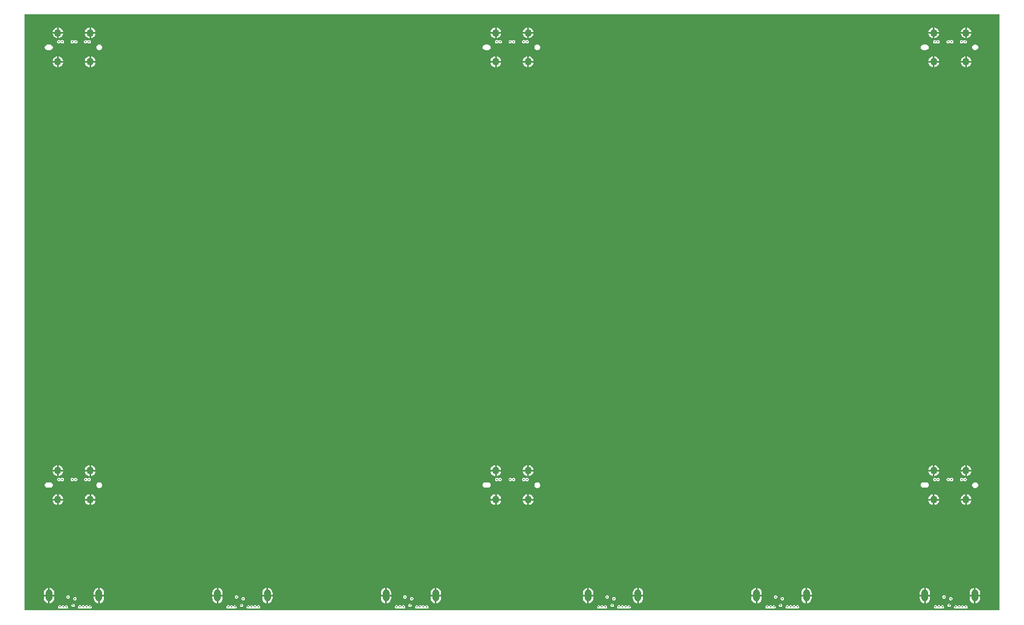
<source format=gbr>
%TF.GenerationSoftware,Altium Limited,Altium Designer,22.5.1 (42)*%
G04 Layer_Physical_Order=7*
G04 Layer_Color=26367*
%FSLAX26Y26*%
%MOIN*%
%TF.SameCoordinates,0DA79311-8CAD-460E-879A-7D23F4F2BAF0*%
%TF.FilePolarity,Positive*%
%TF.FileFunction,Copper,L7,Inr,Signal*%
%TF.Part,Single*%
G01*
G75*
%TA.AperFunction,ComponentPad*%
%ADD16C,0.043307*%
%ADD17O,0.039370X0.070866*%
%TA.AperFunction,ViaPad*%
%ADD18C,0.011811*%
G36*
X6982802Y3403049D02*
X1284939D01*
Y6884377D01*
X6982802D01*
Y3403049D01*
D02*
G37*
%LPC*%
G36*
X6792402Y6808989D02*
Y6782559D01*
X6818832D01*
X6816898Y6789777D01*
X6812731Y6796995D01*
X6806837Y6802888D01*
X6799619Y6807055D01*
X6792402Y6808989D01*
D02*
G37*
G36*
X6782402D02*
X6775184Y6807055D01*
X6767966Y6802888D01*
X6762073Y6796995D01*
X6757905Y6789777D01*
X6755971Y6782559D01*
X6782402D01*
Y6808989D01*
D02*
G37*
G36*
X6603425D02*
Y6782559D01*
X6629856D01*
X6627922Y6789777D01*
X6623754Y6796995D01*
X6617861Y6802888D01*
X6610643Y6807055D01*
X6603425Y6808989D01*
D02*
G37*
G36*
X6593425D02*
X6586207Y6807055D01*
X6578989Y6802888D01*
X6573096Y6796995D01*
X6568929Y6789777D01*
X6566995Y6782559D01*
X6593425D01*
Y6808989D01*
D02*
G37*
G36*
X4233346D02*
Y6782559D01*
X4259777D01*
X4257843Y6789777D01*
X4253676Y6796995D01*
X4247782Y6802888D01*
X4240564Y6807055D01*
X4233346Y6808989D01*
D02*
G37*
G36*
X4223346D02*
X4216129Y6807055D01*
X4208911Y6802888D01*
X4203017Y6796995D01*
X4198850Y6789777D01*
X4196916Y6782559D01*
X4223346D01*
Y6808989D01*
D02*
G37*
G36*
X4044370D02*
Y6782559D01*
X4070800D01*
X4068866Y6789777D01*
X4064699Y6796995D01*
X4058806Y6802888D01*
X4051588Y6807055D01*
X4044370Y6808989D01*
D02*
G37*
G36*
X4034370D02*
X4027152Y6807055D01*
X4019934Y6802888D01*
X4014041Y6796995D01*
X4009874Y6789777D01*
X4007940Y6782559D01*
X4034370D01*
Y6808989D01*
D02*
G37*
G36*
X1674291D02*
Y6782559D01*
X1700722D01*
X1698788Y6789777D01*
X1694620Y6796995D01*
X1688727Y6802888D01*
X1681509Y6807055D01*
X1674291Y6808989D01*
D02*
G37*
G36*
X1664291D02*
X1657073Y6807055D01*
X1649856Y6802888D01*
X1643962Y6796995D01*
X1639795Y6789777D01*
X1637861Y6782559D01*
X1664291D01*
Y6808989D01*
D02*
G37*
G36*
X1485315D02*
Y6782559D01*
X1511745D01*
X1509811Y6789777D01*
X1505644Y6796995D01*
X1499751Y6802888D01*
X1492533Y6807055D01*
X1485315Y6808989D01*
D02*
G37*
G36*
X1475315D02*
X1468097Y6807055D01*
X1460879Y6802888D01*
X1454986Y6796995D01*
X1450819Y6789777D01*
X1448884Y6782559D01*
X1475315D01*
Y6808989D01*
D02*
G37*
G36*
X6818832Y6772559D02*
X6792402D01*
Y6746129D01*
X6799619Y6748063D01*
X6806837Y6752230D01*
X6812731Y6758123D01*
X6816898Y6765341D01*
X6818832Y6772559D01*
D02*
G37*
G36*
X6782402D02*
X6755971D01*
X6757905Y6765341D01*
X6762073Y6758123D01*
X6767966Y6752230D01*
X6775184Y6748063D01*
X6782402Y6746129D01*
Y6772559D01*
D02*
G37*
G36*
X6629856D02*
X6603425D01*
Y6746129D01*
X6610643Y6748063D01*
X6617861Y6752230D01*
X6623754Y6758123D01*
X6627922Y6765341D01*
X6629856Y6772559D01*
D02*
G37*
G36*
X6593425D02*
X6566995D01*
X6568929Y6765341D01*
X6573096Y6758123D01*
X6578989Y6752230D01*
X6586207Y6748063D01*
X6593425Y6746129D01*
Y6772559D01*
D02*
G37*
G36*
X4259777D02*
X4233346D01*
Y6746129D01*
X4240564Y6748063D01*
X4247782Y6752230D01*
X4253676Y6758123D01*
X4257843Y6765341D01*
X4259777Y6772559D01*
D02*
G37*
G36*
X4223346D02*
X4196916D01*
X4198850Y6765341D01*
X4203017Y6758123D01*
X4208911Y6752230D01*
X4216129Y6748063D01*
X4223346Y6746129D01*
Y6772559D01*
D02*
G37*
G36*
X4070800D02*
X4044370D01*
Y6746129D01*
X4051588Y6748063D01*
X4058806Y6752230D01*
X4064699Y6758123D01*
X4068866Y6765341D01*
X4070800Y6772559D01*
D02*
G37*
G36*
X4034370D02*
X4007940D01*
X4009874Y6765341D01*
X4014041Y6758123D01*
X4019934Y6752230D01*
X4027152Y6748063D01*
X4034370Y6746129D01*
Y6772559D01*
D02*
G37*
G36*
X1700722D02*
X1674291D01*
Y6746129D01*
X1681509Y6748063D01*
X1688727Y6752230D01*
X1694620Y6758123D01*
X1698788Y6765341D01*
X1700722Y6772559D01*
D02*
G37*
G36*
X1664291D02*
X1637861D01*
X1639795Y6765341D01*
X1643962Y6758123D01*
X1649856Y6752230D01*
X1657073Y6748063D01*
X1664291Y6746129D01*
Y6772559D01*
D02*
G37*
G36*
X1511745D02*
X1485315D01*
Y6746129D01*
X1492533Y6748063D01*
X1499751Y6752230D01*
X1505644Y6758123D01*
X1509811Y6765341D01*
X1511745Y6772559D01*
D02*
G37*
G36*
X1475315D02*
X1448884D01*
X1450819Y6765341D01*
X1454986Y6758123D01*
X1460879Y6752230D01*
X1468097Y6748063D01*
X1475315Y6746129D01*
Y6772559D01*
D02*
G37*
G36*
X6783454Y6735433D02*
X6779538D01*
X6775921Y6733935D01*
X6774860Y6732873D01*
X6771654Y6731710D01*
X6768447Y6732873D01*
X6767386Y6733935D01*
X6763769Y6735433D01*
X6759853D01*
X6756236Y6733935D01*
X6753467Y6731166D01*
X6751968Y6727548D01*
Y6723633D01*
X6753467Y6720015D01*
X6756236Y6717247D01*
X6759853Y6715748D01*
X6763769D01*
X6767386Y6717247D01*
X6768447Y6718308D01*
X6771654Y6719471D01*
X6774860Y6718308D01*
X6775921Y6717247D01*
X6779538Y6715748D01*
X6783454D01*
X6787071Y6717247D01*
X6789840Y6720015D01*
X6791339Y6723633D01*
Y6727548D01*
X6789840Y6731166D01*
X6787071Y6733935D01*
X6783454Y6735433D01*
D02*
G37*
G36*
X6704714D02*
X6700798D01*
X6697181Y6733935D01*
X6696120Y6732873D01*
X6692913Y6731710D01*
X6689707Y6732873D01*
X6688646Y6733935D01*
X6685029Y6735433D01*
X6681113D01*
X6677496Y6733935D01*
X6674727Y6731166D01*
X6673228Y6727548D01*
Y6723633D01*
X6674727Y6720015D01*
X6677496Y6717247D01*
X6681113Y6715748D01*
X6685029D01*
X6688646Y6717247D01*
X6689707Y6718308D01*
X6692913Y6719471D01*
X6696120Y6718308D01*
X6697181Y6717247D01*
X6700798Y6715748D01*
X6704714D01*
X6708331Y6717247D01*
X6711100Y6720015D01*
X6712599Y6723633D01*
Y6727548D01*
X6711100Y6731166D01*
X6708331Y6733935D01*
X6704714Y6735433D01*
D02*
G37*
G36*
X6625974D02*
X6622058D01*
X6618440Y6733935D01*
X6617379Y6732873D01*
X6614173Y6731710D01*
X6610967Y6732873D01*
X6609906Y6733935D01*
X6606288Y6735433D01*
X6602373D01*
X6598755Y6733935D01*
X6595987Y6731166D01*
X6594488Y6727548D01*
Y6723633D01*
X6595987Y6720015D01*
X6598755Y6717247D01*
X6602373Y6715748D01*
X6606288D01*
X6609906Y6717247D01*
X6610967Y6718308D01*
X6614173Y6719471D01*
X6617379Y6718308D01*
X6618440Y6717247D01*
X6622058Y6715748D01*
X6625974D01*
X6629591Y6717247D01*
X6632360Y6720015D01*
X6633858Y6723633D01*
Y6727548D01*
X6632360Y6731166D01*
X6629591Y6733935D01*
X6625974Y6735433D01*
D02*
G37*
G36*
X4224399D02*
X4220483D01*
X4216866Y6733935D01*
X4215805Y6732873D01*
X4212598Y6731710D01*
X4209392Y6732873D01*
X4208331Y6733935D01*
X4204714Y6735433D01*
X4200798D01*
X4197181Y6733935D01*
X4194412Y6731166D01*
X4192913Y6727548D01*
Y6723633D01*
X4194412Y6720015D01*
X4197181Y6717247D01*
X4200798Y6715748D01*
X4204714D01*
X4208331Y6717247D01*
X4209392Y6718308D01*
X4212599Y6719471D01*
X4215805Y6718308D01*
X4216866Y6717247D01*
X4220483Y6715748D01*
X4224399D01*
X4228016Y6717247D01*
X4230785Y6720015D01*
X4232283Y6723633D01*
Y6727548D01*
X4230785Y6731166D01*
X4228016Y6733935D01*
X4224399Y6735433D01*
D02*
G37*
G36*
X4145659D02*
X4141743D01*
X4138126Y6733935D01*
X4137065Y6732873D01*
X4133858Y6731710D01*
X4130652Y6732873D01*
X4129591Y6733935D01*
X4125974Y6735433D01*
X4122058D01*
X4118440Y6733935D01*
X4115672Y6731166D01*
X4114173Y6727548D01*
Y6723633D01*
X4115672Y6720015D01*
X4118440Y6717247D01*
X4122058Y6715748D01*
X4125974D01*
X4129591Y6717247D01*
X4130652Y6718308D01*
X4133858Y6719471D01*
X4137065Y6718308D01*
X4138126Y6717247D01*
X4141743Y6715748D01*
X4145659D01*
X4149276Y6717247D01*
X4152045Y6720015D01*
X4153543Y6723633D01*
Y6727548D01*
X4152045Y6731166D01*
X4149276Y6733935D01*
X4145659Y6735433D01*
D02*
G37*
G36*
X4066919D02*
X4063003D01*
X4059385Y6733935D01*
X4058324Y6732873D01*
X4055118Y6731710D01*
X4051912Y6732873D01*
X4050851Y6733935D01*
X4047233Y6735433D01*
X4043318D01*
X4039700Y6733935D01*
X4036932Y6731166D01*
X4035433Y6727548D01*
Y6723633D01*
X4036932Y6720015D01*
X4039700Y6717247D01*
X4043318Y6715748D01*
X4047233D01*
X4050851Y6717247D01*
X4051912Y6718308D01*
X4055118Y6719471D01*
X4058324Y6718308D01*
X4059385Y6717247D01*
X4063003Y6715748D01*
X4066919D01*
X4070536Y6717247D01*
X4073305Y6720015D01*
X4074803Y6723633D01*
Y6727548D01*
X4073305Y6731166D01*
X4070536Y6733935D01*
X4066919Y6735433D01*
D02*
G37*
G36*
X1665344D02*
X1661428D01*
X1657811Y6733935D01*
X1656749Y6732873D01*
X1653543Y6731710D01*
X1650337Y6732873D01*
X1649276Y6733935D01*
X1645659Y6735433D01*
X1641743D01*
X1638125Y6733935D01*
X1635357Y6731166D01*
X1633858Y6727548D01*
Y6723633D01*
X1635357Y6720015D01*
X1638125Y6717247D01*
X1641743Y6715748D01*
X1645659D01*
X1649276Y6717247D01*
X1650337Y6718308D01*
X1653543Y6719471D01*
X1656749Y6718308D01*
X1657811Y6717247D01*
X1661428Y6715748D01*
X1665344D01*
X1668961Y6717247D01*
X1671730Y6720015D01*
X1673228Y6723633D01*
Y6727548D01*
X1671730Y6731166D01*
X1668961Y6733935D01*
X1665344Y6735433D01*
D02*
G37*
G36*
X1586603D02*
X1582688D01*
X1579070Y6733935D01*
X1578009Y6732873D01*
X1574803Y6731710D01*
X1571597Y6732873D01*
X1570536Y6733935D01*
X1566918Y6735433D01*
X1563003D01*
X1559385Y6733935D01*
X1556617Y6731166D01*
X1555118Y6727548D01*
Y6723633D01*
X1556617Y6720015D01*
X1559385Y6717247D01*
X1563003Y6715748D01*
X1566918D01*
X1570536Y6717247D01*
X1571597Y6718308D01*
X1574803Y6719471D01*
X1578009Y6718308D01*
X1579070Y6717247D01*
X1582688Y6715748D01*
X1586603D01*
X1590221Y6717247D01*
X1592990Y6720015D01*
X1594488Y6723633D01*
Y6727548D01*
X1592990Y6731166D01*
X1590221Y6733935D01*
X1586603Y6735433D01*
D02*
G37*
G36*
X1507863D02*
X1503948D01*
X1500330Y6733935D01*
X1499269Y6732873D01*
X1496063Y6731710D01*
X1492857Y6732873D01*
X1491796Y6733935D01*
X1488178Y6735433D01*
X1484263D01*
X1480645Y6733935D01*
X1477876Y6731166D01*
X1476378Y6727548D01*
Y6723633D01*
X1477876Y6720015D01*
X1480645Y6717247D01*
X1484263Y6715748D01*
X1488178D01*
X1491796Y6717247D01*
X1492857Y6718308D01*
X1496063Y6719471D01*
X1499269Y6718308D01*
X1500330Y6717247D01*
X1503948Y6715748D01*
X1507863D01*
X1511481Y6717247D01*
X1514249Y6720015D01*
X1515748Y6723633D01*
Y6727548D01*
X1514249Y6731166D01*
X1511481Y6733935D01*
X1507863Y6735433D01*
D02*
G37*
G36*
X6553543Y6708769D02*
X6537008D01*
X6530940Y6707562D01*
X6525796Y6704125D01*
X6522359Y6698981D01*
X6521152Y6692913D01*
X6522359Y6686846D01*
X6525796Y6681702D01*
X6530940Y6678265D01*
X6537008Y6677057D01*
X6553543D01*
X6559611Y6678265D01*
X6564755Y6681702D01*
X6568192Y6686846D01*
X6569399Y6692913D01*
X6568192Y6698981D01*
X6564755Y6704125D01*
X6559611Y6707562D01*
X6553543Y6708769D01*
D02*
G37*
G36*
X3994488D02*
X3977953D01*
X3971885Y6707562D01*
X3966741Y6704125D01*
X3963304Y6698981D01*
X3962097Y6692913D01*
X3963304Y6686846D01*
X3966741Y6681702D01*
X3971885Y6678265D01*
X3977953Y6677057D01*
X3994488D01*
X4000556Y6678265D01*
X4005700Y6681702D01*
X4009137Y6686846D01*
X4010344Y6692913D01*
X4009137Y6698981D01*
X4005700Y6704125D01*
X4000556Y6707562D01*
X3994488Y6708769D01*
D02*
G37*
G36*
X1435433D02*
X1418898D01*
X1412830Y6707562D01*
X1407686Y6704125D01*
X1404249Y6698981D01*
X1403042Y6692913D01*
X1404249Y6686846D01*
X1407686Y6681702D01*
X1412830Y6678265D01*
X1418898Y6677057D01*
X1435433D01*
X1441501Y6678265D01*
X1446645Y6681702D01*
X1450082Y6686846D01*
X1451289Y6692913D01*
X1450082Y6698981D01*
X1446645Y6704125D01*
X1441501Y6707562D01*
X1435433Y6708769D01*
D02*
G37*
G36*
X6843958Y6710039D02*
X6837145D01*
X6830850Y6707432D01*
X6826033Y6702614D01*
X6823425Y6696320D01*
Y6689507D01*
X6826033Y6683212D01*
X6830850Y6678395D01*
X6837145Y6675787D01*
X6843958D01*
X6850252Y6678395D01*
X6855070Y6683212D01*
X6857677Y6689507D01*
Y6696320D01*
X6855070Y6702614D01*
X6850252Y6707432D01*
X6843958Y6710039D01*
D02*
G37*
G36*
X4284903D02*
X4278090D01*
X4271795Y6707432D01*
X4266977Y6702614D01*
X4264370Y6696320D01*
Y6689507D01*
X4266977Y6683212D01*
X4271795Y6678395D01*
X4278090Y6675787D01*
X4284903D01*
X4291197Y6678395D01*
X4296015Y6683212D01*
X4298622Y6689507D01*
Y6696320D01*
X4296015Y6702614D01*
X4291197Y6707432D01*
X4284903Y6710039D01*
D02*
G37*
G36*
X1725848D02*
X1719034D01*
X1712740Y6707432D01*
X1707922Y6702614D01*
X1705315Y6696320D01*
Y6689507D01*
X1707922Y6683212D01*
X1712740Y6678395D01*
X1719034Y6675787D01*
X1725848D01*
X1732142Y6678395D01*
X1736960Y6683212D01*
X1739567Y6689507D01*
Y6696320D01*
X1736960Y6702614D01*
X1732142Y6707432D01*
X1725848Y6710039D01*
D02*
G37*
G36*
X6792402Y6639698D02*
Y6613268D01*
X6818832D01*
X6816898Y6620485D01*
X6812731Y6627703D01*
X6806837Y6633597D01*
X6799619Y6637764D01*
X6792402Y6639698D01*
D02*
G37*
G36*
X6782402D02*
X6775184Y6637764D01*
X6767966Y6633597D01*
X6762073Y6627703D01*
X6757905Y6620485D01*
X6755971Y6613268D01*
X6782402D01*
Y6639698D01*
D02*
G37*
G36*
X6603425D02*
Y6613268D01*
X6629856D01*
X6627922Y6620485D01*
X6623754Y6627703D01*
X6617861Y6633597D01*
X6610643Y6637764D01*
X6603425Y6639698D01*
D02*
G37*
G36*
X6593425D02*
X6586207Y6637764D01*
X6578989Y6633597D01*
X6573096Y6627703D01*
X6568929Y6620485D01*
X6566995Y6613268D01*
X6593425D01*
Y6639698D01*
D02*
G37*
G36*
X4233346D02*
Y6613268D01*
X4259777D01*
X4257843Y6620485D01*
X4253676Y6627703D01*
X4247782Y6633597D01*
X4240564Y6637764D01*
X4233346Y6639698D01*
D02*
G37*
G36*
X4223346D02*
X4216129Y6637764D01*
X4208911Y6633597D01*
X4203017Y6627703D01*
X4198850Y6620485D01*
X4196916Y6613268D01*
X4223346D01*
Y6639698D01*
D02*
G37*
G36*
X4044370D02*
Y6613268D01*
X4070800D01*
X4068866Y6620485D01*
X4064699Y6627703D01*
X4058806Y6633597D01*
X4051588Y6637764D01*
X4044370Y6639698D01*
D02*
G37*
G36*
X4034370D02*
X4027152Y6637764D01*
X4019934Y6633597D01*
X4014041Y6627703D01*
X4009874Y6620485D01*
X4007940Y6613268D01*
X4034370D01*
Y6639698D01*
D02*
G37*
G36*
X1674291D02*
Y6613268D01*
X1700722D01*
X1698788Y6620485D01*
X1694620Y6627703D01*
X1688727Y6633597D01*
X1681509Y6637764D01*
X1674291Y6639698D01*
D02*
G37*
G36*
X1664291D02*
X1657073Y6637764D01*
X1649856Y6633597D01*
X1643962Y6627703D01*
X1639795Y6620485D01*
X1637861Y6613268D01*
X1664291D01*
Y6639698D01*
D02*
G37*
G36*
X1485315D02*
Y6613268D01*
X1511745D01*
X1509811Y6620485D01*
X1505644Y6627703D01*
X1499751Y6633597D01*
X1492533Y6637764D01*
X1485315Y6639698D01*
D02*
G37*
G36*
X1475315D02*
X1468097Y6637764D01*
X1460879Y6633597D01*
X1454986Y6627703D01*
X1450819Y6620485D01*
X1448884Y6613268D01*
X1475315D01*
Y6639698D01*
D02*
G37*
G36*
X6818832Y6603268D02*
X6792402D01*
Y6576837D01*
X6799619Y6578771D01*
X6806837Y6582939D01*
X6812731Y6588832D01*
X6816898Y6596050D01*
X6818832Y6603268D01*
D02*
G37*
G36*
X6782402D02*
X6755971D01*
X6757905Y6596050D01*
X6762073Y6588832D01*
X6767966Y6582939D01*
X6775184Y6578771D01*
X6782402Y6576837D01*
Y6603268D01*
D02*
G37*
G36*
X6629856D02*
X6603425D01*
Y6576837D01*
X6610643Y6578771D01*
X6617861Y6582939D01*
X6623754Y6588832D01*
X6627922Y6596050D01*
X6629856Y6603268D01*
D02*
G37*
G36*
X6593425D02*
X6566995D01*
X6568929Y6596050D01*
X6573096Y6588832D01*
X6578989Y6582939D01*
X6586207Y6578771D01*
X6593425Y6576837D01*
Y6603268D01*
D02*
G37*
G36*
X4259777D02*
X4233346D01*
Y6576837D01*
X4240564Y6578771D01*
X4247782Y6582939D01*
X4253676Y6588832D01*
X4257843Y6596050D01*
X4259777Y6603268D01*
D02*
G37*
G36*
X4223346D02*
X4196916D01*
X4198850Y6596050D01*
X4203017Y6588832D01*
X4208911Y6582939D01*
X4216129Y6578771D01*
X4223346Y6576837D01*
Y6603268D01*
D02*
G37*
G36*
X4070800D02*
X4044370D01*
Y6576837D01*
X4051588Y6578771D01*
X4058806Y6582939D01*
X4064699Y6588832D01*
X4068866Y6596050D01*
X4070800Y6603268D01*
D02*
G37*
G36*
X4034370D02*
X4007940D01*
X4009874Y6596050D01*
X4014041Y6588832D01*
X4019934Y6582939D01*
X4027152Y6578771D01*
X4034370Y6576837D01*
Y6603268D01*
D02*
G37*
G36*
X1700722D02*
X1674291D01*
Y6576837D01*
X1681509Y6578771D01*
X1688727Y6582939D01*
X1694620Y6588832D01*
X1698788Y6596050D01*
X1700722Y6603268D01*
D02*
G37*
G36*
X1664291D02*
X1637861D01*
X1639795Y6596050D01*
X1643962Y6588832D01*
X1649856Y6582939D01*
X1657073Y6578771D01*
X1664291Y6576837D01*
Y6603268D01*
D02*
G37*
G36*
X1511745D02*
X1485315D01*
Y6576837D01*
X1492533Y6578771D01*
X1499751Y6582939D01*
X1505644Y6588832D01*
X1509811Y6596050D01*
X1511745Y6603268D01*
D02*
G37*
G36*
X1475315D02*
X1448884D01*
X1450819Y6596050D01*
X1454986Y6588832D01*
X1460879Y6582939D01*
X1468097Y6578771D01*
X1475315Y6576837D01*
Y6603268D01*
D02*
G37*
G36*
X6792402Y4249934D02*
Y4223504D01*
X6818832D01*
X6816898Y4230722D01*
X6812731Y4237940D01*
X6806837Y4243833D01*
X6799619Y4248000D01*
X6792402Y4249934D01*
D02*
G37*
G36*
X6782402D02*
X6775184Y4248000D01*
X6767966Y4243833D01*
X6762073Y4237940D01*
X6757905Y4230722D01*
X6755971Y4223504D01*
X6782402D01*
Y4249934D01*
D02*
G37*
G36*
X6603425D02*
Y4223504D01*
X6629856D01*
X6627922Y4230722D01*
X6623754Y4237940D01*
X6617861Y4243833D01*
X6610643Y4248000D01*
X6603425Y4249934D01*
D02*
G37*
G36*
X6593425D02*
X6586207Y4248000D01*
X6578989Y4243833D01*
X6573096Y4237940D01*
X6568929Y4230722D01*
X6566995Y4223504D01*
X6593425D01*
Y4249934D01*
D02*
G37*
G36*
X4233346D02*
Y4223504D01*
X4259777D01*
X4257843Y4230722D01*
X4253676Y4237940D01*
X4247782Y4243833D01*
X4240564Y4248000D01*
X4233346Y4249934D01*
D02*
G37*
G36*
X4223346D02*
X4216129Y4248000D01*
X4208911Y4243833D01*
X4203017Y4237940D01*
X4198850Y4230722D01*
X4196916Y4223504D01*
X4223346D01*
Y4249934D01*
D02*
G37*
G36*
X4044370D02*
Y4223504D01*
X4070800D01*
X4068866Y4230722D01*
X4064699Y4237940D01*
X4058806Y4243833D01*
X4051588Y4248000D01*
X4044370Y4249934D01*
D02*
G37*
G36*
X4034370D02*
X4027152Y4248000D01*
X4019934Y4243833D01*
X4014041Y4237940D01*
X4009874Y4230722D01*
X4007940Y4223504D01*
X4034370D01*
Y4249934D01*
D02*
G37*
G36*
X1674291D02*
Y4223504D01*
X1700722D01*
X1698788Y4230722D01*
X1694620Y4237940D01*
X1688727Y4243833D01*
X1681509Y4248000D01*
X1674291Y4249934D01*
D02*
G37*
G36*
X1664291D02*
X1657073Y4248000D01*
X1649856Y4243833D01*
X1643962Y4237940D01*
X1639795Y4230722D01*
X1637861Y4223504D01*
X1664291D01*
Y4249934D01*
D02*
G37*
G36*
X1485315D02*
Y4223504D01*
X1511745D01*
X1509811Y4230722D01*
X1505644Y4237940D01*
X1499751Y4243833D01*
X1492533Y4248000D01*
X1485315Y4249934D01*
D02*
G37*
G36*
X1475315D02*
X1468097Y4248000D01*
X1460879Y4243833D01*
X1454986Y4237940D01*
X1450819Y4230722D01*
X1448884Y4223504D01*
X1475315D01*
Y4249934D01*
D02*
G37*
G36*
X6818832Y4213504D02*
X6792402D01*
Y4187074D01*
X6799619Y4189008D01*
X6806837Y4193175D01*
X6812731Y4199068D01*
X6816898Y4206286D01*
X6818832Y4213504D01*
D02*
G37*
G36*
X6782402D02*
X6755971D01*
X6757905Y4206286D01*
X6762073Y4199068D01*
X6767966Y4193175D01*
X6775184Y4189008D01*
X6782402Y4187074D01*
Y4213504D01*
D02*
G37*
G36*
X6629856D02*
X6603425D01*
Y4187074D01*
X6610643Y4189008D01*
X6617861Y4193175D01*
X6623754Y4199068D01*
X6627922Y4206286D01*
X6629856Y4213504D01*
D02*
G37*
G36*
X6593425D02*
X6566995D01*
X6568929Y4206286D01*
X6573096Y4199068D01*
X6578989Y4193175D01*
X6586207Y4189008D01*
X6593425Y4187074D01*
Y4213504D01*
D02*
G37*
G36*
X4259777D02*
X4233346D01*
Y4187074D01*
X4240564Y4189008D01*
X4247782Y4193175D01*
X4253676Y4199068D01*
X4257843Y4206286D01*
X4259777Y4213504D01*
D02*
G37*
G36*
X4223346D02*
X4196916D01*
X4198850Y4206286D01*
X4203017Y4199068D01*
X4208911Y4193175D01*
X4216129Y4189008D01*
X4223346Y4187074D01*
Y4213504D01*
D02*
G37*
G36*
X4070800D02*
X4044370D01*
Y4187074D01*
X4051588Y4189008D01*
X4058806Y4193175D01*
X4064699Y4199068D01*
X4068866Y4206286D01*
X4070800Y4213504D01*
D02*
G37*
G36*
X4034370D02*
X4007940D01*
X4009874Y4206286D01*
X4014041Y4199068D01*
X4019934Y4193175D01*
X4027152Y4189008D01*
X4034370Y4187074D01*
Y4213504D01*
D02*
G37*
G36*
X1700722D02*
X1674291D01*
Y4187074D01*
X1681509Y4189008D01*
X1688727Y4193175D01*
X1694620Y4199068D01*
X1698788Y4206286D01*
X1700722Y4213504D01*
D02*
G37*
G36*
X1664291D02*
X1637861D01*
X1639795Y4206286D01*
X1643962Y4199068D01*
X1649856Y4193175D01*
X1657073Y4189008D01*
X1664291Y4187074D01*
Y4213504D01*
D02*
G37*
G36*
X1511745D02*
X1485315D01*
Y4187074D01*
X1492533Y4189008D01*
X1499751Y4193175D01*
X1505644Y4199068D01*
X1509811Y4206286D01*
X1511745Y4213504D01*
D02*
G37*
G36*
X1475315D02*
X1448884D01*
X1450819Y4206286D01*
X1454986Y4199068D01*
X1460879Y4193175D01*
X1468097Y4189008D01*
X1475315Y4187074D01*
Y4213504D01*
D02*
G37*
G36*
X6783454Y4176378D02*
X6779538D01*
X6775921Y4174880D01*
X6774860Y4173818D01*
X6771654Y4172655D01*
X6768447Y4173818D01*
X6767386Y4174880D01*
X6763769Y4176378D01*
X6759853D01*
X6756236Y4174880D01*
X6753467Y4172111D01*
X6751968Y4168493D01*
Y4164578D01*
X6753467Y4160960D01*
X6756236Y4158191D01*
X6759853Y4156693D01*
X6763769D01*
X6767386Y4158191D01*
X6768447Y4159253D01*
X6771654Y4160416D01*
X6774860Y4159253D01*
X6775921Y4158191D01*
X6779538Y4156693D01*
X6783454D01*
X6787071Y4158191D01*
X6789840Y4160960D01*
X6791339Y4164578D01*
Y4168493D01*
X6789840Y4172111D01*
X6787071Y4174880D01*
X6783454Y4176378D01*
D02*
G37*
G36*
X6704714D02*
X6700798D01*
X6697181Y4174880D01*
X6696120Y4173818D01*
X6692913Y4172655D01*
X6689707Y4173818D01*
X6688646Y4174880D01*
X6685029Y4176378D01*
X6681113D01*
X6677496Y4174880D01*
X6674727Y4172111D01*
X6673228Y4168493D01*
Y4164578D01*
X6674727Y4160960D01*
X6677496Y4158191D01*
X6681113Y4156693D01*
X6685029D01*
X6688646Y4158191D01*
X6689707Y4159253D01*
X6692913Y4160416D01*
X6696120Y4159253D01*
X6697181Y4158191D01*
X6700798Y4156693D01*
X6704714D01*
X6708331Y4158191D01*
X6711100Y4160960D01*
X6712599Y4164578D01*
Y4168493D01*
X6711100Y4172111D01*
X6708331Y4174880D01*
X6704714Y4176378D01*
D02*
G37*
G36*
X6625974D02*
X6622058D01*
X6618440Y4174880D01*
X6617379Y4173818D01*
X6614173Y4172655D01*
X6610967Y4173818D01*
X6609906Y4174880D01*
X6606288Y4176378D01*
X6602373D01*
X6598755Y4174880D01*
X6595987Y4172111D01*
X6594488Y4168493D01*
Y4164578D01*
X6595987Y4160960D01*
X6598755Y4158191D01*
X6602373Y4156693D01*
X6606288D01*
X6609906Y4158191D01*
X6610967Y4159253D01*
X6614173Y4160416D01*
X6617379Y4159253D01*
X6618440Y4158191D01*
X6622058Y4156693D01*
X6625974D01*
X6629591Y4158191D01*
X6632360Y4160960D01*
X6633858Y4164578D01*
Y4168493D01*
X6632360Y4172111D01*
X6629591Y4174880D01*
X6625974Y4176378D01*
D02*
G37*
G36*
X4224399D02*
X4220483D01*
X4216866Y4174880D01*
X4215805Y4173818D01*
X4212598Y4172655D01*
X4209392Y4173818D01*
X4208331Y4174880D01*
X4204714Y4176378D01*
X4200798D01*
X4197181Y4174880D01*
X4194412Y4172111D01*
X4192913Y4168493D01*
Y4164578D01*
X4194412Y4160960D01*
X4197181Y4158191D01*
X4200798Y4156693D01*
X4204714D01*
X4208331Y4158191D01*
X4209392Y4159253D01*
X4212599Y4160416D01*
X4215805Y4159253D01*
X4216866Y4158191D01*
X4220483Y4156693D01*
X4224399D01*
X4228016Y4158191D01*
X4230785Y4160960D01*
X4232283Y4164578D01*
Y4168493D01*
X4230785Y4172111D01*
X4228016Y4174880D01*
X4224399Y4176378D01*
D02*
G37*
G36*
X4145659D02*
X4141743D01*
X4138126Y4174880D01*
X4137065Y4173818D01*
X4133858Y4172655D01*
X4130652Y4173818D01*
X4129591Y4174880D01*
X4125974Y4176378D01*
X4122058D01*
X4118440Y4174880D01*
X4115672Y4172111D01*
X4114173Y4168493D01*
Y4164578D01*
X4115672Y4160960D01*
X4118440Y4158191D01*
X4122058Y4156693D01*
X4125974D01*
X4129591Y4158191D01*
X4130652Y4159253D01*
X4133858Y4160416D01*
X4137065Y4159253D01*
X4138126Y4158191D01*
X4141743Y4156693D01*
X4145659D01*
X4149276Y4158191D01*
X4152045Y4160960D01*
X4153543Y4164578D01*
Y4168493D01*
X4152045Y4172111D01*
X4149276Y4174880D01*
X4145659Y4176378D01*
D02*
G37*
G36*
X4066919D02*
X4063003D01*
X4059385Y4174880D01*
X4058324Y4173818D01*
X4055118Y4172655D01*
X4051912Y4173818D01*
X4050851Y4174880D01*
X4047233Y4176378D01*
X4043318D01*
X4039700Y4174880D01*
X4036932Y4172111D01*
X4035433Y4168493D01*
Y4164578D01*
X4036932Y4160960D01*
X4039700Y4158191D01*
X4043318Y4156693D01*
X4047233D01*
X4050851Y4158191D01*
X4051912Y4159253D01*
X4055118Y4160416D01*
X4058324Y4159253D01*
X4059385Y4158191D01*
X4063003Y4156693D01*
X4066919D01*
X4070536Y4158191D01*
X4073305Y4160960D01*
X4074803Y4164578D01*
Y4168493D01*
X4073305Y4172111D01*
X4070536Y4174880D01*
X4066919Y4176378D01*
D02*
G37*
G36*
X1665344D02*
X1661428D01*
X1657811Y4174880D01*
X1656749Y4173818D01*
X1653543Y4172655D01*
X1650337Y4173818D01*
X1649276Y4174880D01*
X1645659Y4176378D01*
X1641743D01*
X1638125Y4174880D01*
X1635357Y4172111D01*
X1633858Y4168493D01*
Y4164578D01*
X1635357Y4160960D01*
X1638125Y4158191D01*
X1641743Y4156693D01*
X1645659D01*
X1649276Y4158191D01*
X1650337Y4159253D01*
X1653543Y4160416D01*
X1656749Y4159253D01*
X1657811Y4158191D01*
X1661428Y4156693D01*
X1665344D01*
X1668961Y4158191D01*
X1671730Y4160960D01*
X1673228Y4164578D01*
Y4168493D01*
X1671730Y4172111D01*
X1668961Y4174880D01*
X1665344Y4176378D01*
D02*
G37*
G36*
X1586603D02*
X1582688D01*
X1579070Y4174880D01*
X1578009Y4173818D01*
X1574803Y4172655D01*
X1571597Y4173818D01*
X1570536Y4174880D01*
X1566918Y4176378D01*
X1563003D01*
X1559385Y4174880D01*
X1556617Y4172111D01*
X1555118Y4168493D01*
Y4164578D01*
X1556617Y4160960D01*
X1559385Y4158191D01*
X1563003Y4156693D01*
X1566918D01*
X1570536Y4158191D01*
X1571597Y4159253D01*
X1574803Y4160416D01*
X1578009Y4159253D01*
X1579070Y4158191D01*
X1582688Y4156693D01*
X1586603D01*
X1590221Y4158191D01*
X1592990Y4160960D01*
X1594488Y4164578D01*
Y4168493D01*
X1592990Y4172111D01*
X1590221Y4174880D01*
X1586603Y4176378D01*
D02*
G37*
G36*
X1507863D02*
X1503948D01*
X1500330Y4174880D01*
X1499269Y4173818D01*
X1496063Y4172655D01*
X1492857Y4173818D01*
X1491796Y4174880D01*
X1488178Y4176378D01*
X1484263D01*
X1480645Y4174880D01*
X1477876Y4172111D01*
X1476378Y4168493D01*
Y4164578D01*
X1477876Y4160960D01*
X1480645Y4158191D01*
X1484263Y4156693D01*
X1488178D01*
X1491796Y4158191D01*
X1492857Y4159253D01*
X1496063Y4160416D01*
X1499269Y4159253D01*
X1500330Y4158191D01*
X1503948Y4156693D01*
X1507863D01*
X1511481Y4158191D01*
X1514249Y4160960D01*
X1515748Y4164578D01*
Y4168493D01*
X1514249Y4172111D01*
X1511481Y4174880D01*
X1507863Y4176378D01*
D02*
G37*
G36*
X6553543Y4149714D02*
X6537008D01*
X6530940Y4148507D01*
X6525796Y4145070D01*
X6522359Y4139926D01*
X6521152Y4133858D01*
X6522359Y4127791D01*
X6525796Y4122646D01*
X6530940Y4119209D01*
X6537008Y4118002D01*
X6553543D01*
X6559611Y4119209D01*
X6564755Y4122646D01*
X6568192Y4127791D01*
X6569399Y4133858D01*
X6568192Y4139926D01*
X6564755Y4145070D01*
X6559611Y4148507D01*
X6553543Y4149714D01*
D02*
G37*
G36*
X3994488D02*
X3977953D01*
X3971885Y4148507D01*
X3966741Y4145070D01*
X3963304Y4139926D01*
X3962097Y4133858D01*
X3963304Y4127791D01*
X3966741Y4122646D01*
X3971885Y4119209D01*
X3977953Y4118002D01*
X3994488D01*
X4000556Y4119209D01*
X4005700Y4122646D01*
X4009137Y4127791D01*
X4010344Y4133858D01*
X4009137Y4139926D01*
X4005700Y4145070D01*
X4000556Y4148507D01*
X3994488Y4149714D01*
D02*
G37*
G36*
X1435433D02*
X1418898D01*
X1412830Y4148507D01*
X1407686Y4145070D01*
X1404249Y4139926D01*
X1403042Y4133858D01*
X1404249Y4127791D01*
X1407686Y4122646D01*
X1412830Y4119209D01*
X1418898Y4118002D01*
X1435433D01*
X1441501Y4119209D01*
X1446645Y4122646D01*
X1450082Y4127791D01*
X1451289Y4133858D01*
X1450082Y4139926D01*
X1446645Y4145070D01*
X1441501Y4148507D01*
X1435433Y4149714D01*
D02*
G37*
G36*
X6843958Y4150984D02*
X6837145D01*
X6830850Y4148377D01*
X6826033Y4143559D01*
X6823425Y4137265D01*
Y4130452D01*
X6826033Y4124157D01*
X6830850Y4119340D01*
X6837145Y4116732D01*
X6843958D01*
X6850252Y4119340D01*
X6855070Y4124157D01*
X6857677Y4130452D01*
Y4137265D01*
X6855070Y4143559D01*
X6850252Y4148377D01*
X6843958Y4150984D01*
D02*
G37*
G36*
X4284903D02*
X4278090D01*
X4271795Y4148377D01*
X4266977Y4143559D01*
X4264370Y4137265D01*
Y4130452D01*
X4266977Y4124157D01*
X4271795Y4119340D01*
X4278090Y4116732D01*
X4284903D01*
X4291197Y4119340D01*
X4296015Y4124157D01*
X4298622Y4130452D01*
Y4137265D01*
X4296015Y4143559D01*
X4291197Y4148377D01*
X4284903Y4150984D01*
D02*
G37*
G36*
X1725848D02*
X1719034D01*
X1712740Y4148377D01*
X1707922Y4143559D01*
X1705315Y4137265D01*
Y4130452D01*
X1707922Y4124157D01*
X1712740Y4119340D01*
X1719034Y4116732D01*
X1725848D01*
X1732142Y4119340D01*
X1736960Y4124157D01*
X1739567Y4130452D01*
Y4137265D01*
X1736960Y4143559D01*
X1732142Y4148377D01*
X1725848Y4150984D01*
D02*
G37*
G36*
X6792402Y4080643D02*
Y4054213D01*
X6818832D01*
X6816898Y4061430D01*
X6812731Y4068648D01*
X6806837Y4074542D01*
X6799619Y4078709D01*
X6792402Y4080643D01*
D02*
G37*
G36*
X6782402D02*
X6775184Y4078709D01*
X6767966Y4074542D01*
X6762073Y4068648D01*
X6757905Y4061430D01*
X6755971Y4054213D01*
X6782402D01*
Y4080643D01*
D02*
G37*
G36*
X6603425D02*
Y4054213D01*
X6629856D01*
X6627922Y4061430D01*
X6623754Y4068648D01*
X6617861Y4074542D01*
X6610643Y4078709D01*
X6603425Y4080643D01*
D02*
G37*
G36*
X6593425D02*
X6586207Y4078709D01*
X6578989Y4074542D01*
X6573096Y4068648D01*
X6568929Y4061430D01*
X6566995Y4054213D01*
X6593425D01*
Y4080643D01*
D02*
G37*
G36*
X4233346D02*
Y4054213D01*
X4259777D01*
X4257843Y4061430D01*
X4253676Y4068648D01*
X4247782Y4074542D01*
X4240564Y4078709D01*
X4233346Y4080643D01*
D02*
G37*
G36*
X4223346D02*
X4216129Y4078709D01*
X4208911Y4074542D01*
X4203017Y4068648D01*
X4198850Y4061430D01*
X4196916Y4054213D01*
X4223346D01*
Y4080643D01*
D02*
G37*
G36*
X4044370D02*
Y4054213D01*
X4070800D01*
X4068866Y4061430D01*
X4064699Y4068648D01*
X4058806Y4074542D01*
X4051588Y4078709D01*
X4044370Y4080643D01*
D02*
G37*
G36*
X4034370D02*
X4027152Y4078709D01*
X4019934Y4074542D01*
X4014041Y4068648D01*
X4009874Y4061430D01*
X4007940Y4054213D01*
X4034370D01*
Y4080643D01*
D02*
G37*
G36*
X1674291D02*
Y4054213D01*
X1700722D01*
X1698788Y4061430D01*
X1694620Y4068648D01*
X1688727Y4074542D01*
X1681509Y4078709D01*
X1674291Y4080643D01*
D02*
G37*
G36*
X1664291D02*
X1657073Y4078709D01*
X1649856Y4074542D01*
X1643962Y4068648D01*
X1639795Y4061430D01*
X1637861Y4054213D01*
X1664291D01*
Y4080643D01*
D02*
G37*
G36*
X1485315D02*
Y4054213D01*
X1511745D01*
X1509811Y4061430D01*
X1505644Y4068648D01*
X1499751Y4074542D01*
X1492533Y4078709D01*
X1485315Y4080643D01*
D02*
G37*
G36*
X1475315D02*
X1468097Y4078709D01*
X1460879Y4074542D01*
X1454986Y4068648D01*
X1450819Y4061430D01*
X1448884Y4054213D01*
X1475315D01*
Y4080643D01*
D02*
G37*
G36*
X6818832Y4044213D02*
X6792402D01*
Y4017782D01*
X6799619Y4019716D01*
X6806837Y4023883D01*
X6812731Y4029777D01*
X6816898Y4036995D01*
X6818832Y4044213D01*
D02*
G37*
G36*
X6782402D02*
X6755971D01*
X6757905Y4036995D01*
X6762073Y4029777D01*
X6767966Y4023883D01*
X6775184Y4019716D01*
X6782402Y4017782D01*
Y4044213D01*
D02*
G37*
G36*
X6629856D02*
X6603425D01*
Y4017782D01*
X6610643Y4019716D01*
X6617861Y4023883D01*
X6623754Y4029777D01*
X6627922Y4036995D01*
X6629856Y4044213D01*
D02*
G37*
G36*
X6593425D02*
X6566995D01*
X6568929Y4036995D01*
X6573096Y4029777D01*
X6578989Y4023883D01*
X6586207Y4019716D01*
X6593425Y4017782D01*
Y4044213D01*
D02*
G37*
G36*
X4259777D02*
X4233346D01*
Y4017782D01*
X4240564Y4019716D01*
X4247782Y4023883D01*
X4253676Y4029777D01*
X4257843Y4036995D01*
X4259777Y4044213D01*
D02*
G37*
G36*
X4223346D02*
X4196916D01*
X4198850Y4036995D01*
X4203017Y4029777D01*
X4208911Y4023883D01*
X4216129Y4019716D01*
X4223346Y4017782D01*
Y4044213D01*
D02*
G37*
G36*
X4070800D02*
X4044370D01*
Y4017782D01*
X4051588Y4019716D01*
X4058806Y4023883D01*
X4064699Y4029777D01*
X4068866Y4036995D01*
X4070800Y4044213D01*
D02*
G37*
G36*
X4034370D02*
X4007940D01*
X4009874Y4036995D01*
X4014041Y4029777D01*
X4019934Y4023883D01*
X4027152Y4019716D01*
X4034370Y4017782D01*
Y4044213D01*
D02*
G37*
G36*
X1700722D02*
X1674291D01*
Y4017782D01*
X1681509Y4019716D01*
X1688727Y4023883D01*
X1694620Y4029777D01*
X1698788Y4036995D01*
X1700722Y4044213D01*
D02*
G37*
G36*
X1664291D02*
X1637861D01*
X1639795Y4036995D01*
X1643962Y4029777D01*
X1649856Y4023883D01*
X1657073Y4019716D01*
X1664291Y4017782D01*
Y4044213D01*
D02*
G37*
G36*
X1511745D02*
X1485315D01*
Y4017782D01*
X1492533Y4019716D01*
X1499751Y4023883D01*
X1505644Y4029777D01*
X1509811Y4036995D01*
X1511745Y4044213D01*
D02*
G37*
G36*
X1475315D02*
X1448884D01*
X1450819Y4036995D01*
X1454986Y4029777D01*
X1460879Y4023883D01*
X1468097Y4019716D01*
X1475315Y4017782D01*
Y4044213D01*
D02*
G37*
G36*
X6843582Y3533220D02*
Y3493189D01*
X6868524D01*
Y3503937D01*
X6867504Y3511686D01*
X6864512Y3518908D01*
X6859754Y3525109D01*
X6853553Y3529867D01*
X6846332Y3532858D01*
X6843582Y3533220D01*
D02*
G37*
G36*
X6833582Y3533220D02*
X6830833Y3532858D01*
X6823612Y3529867D01*
X6817411Y3525109D01*
X6812653Y3518908D01*
X6809662Y3511686D01*
X6808641Y3503937D01*
Y3493189D01*
X6833582D01*
Y3533220D01*
D02*
G37*
G36*
X3402637Y3533220D02*
Y3493189D01*
X3427579D01*
Y3503937D01*
X3426559Y3511686D01*
X3423568Y3518908D01*
X3418809Y3525109D01*
X3412608Y3529867D01*
X3405387Y3532858D01*
X3402637Y3533220D01*
D02*
G37*
G36*
X3392637Y3533220D02*
X3389888Y3532858D01*
X3382667Y3529867D01*
X3376466Y3525109D01*
X3371708Y3518908D01*
X3368717Y3511686D01*
X3367697Y3503937D01*
Y3493189D01*
X3392637D01*
Y3533220D01*
D02*
G37*
G36*
X6552244Y3533220D02*
Y3493189D01*
X6577185D01*
Y3503937D01*
X6576165Y3511686D01*
X6573174Y3518908D01*
X6568416Y3525109D01*
X6562215Y3529867D01*
X6554993Y3532858D01*
X6552244Y3533220D01*
D02*
G37*
G36*
X5567992D02*
Y3493189D01*
X5592933D01*
Y3503937D01*
X5591913Y3511686D01*
X5588922Y3518908D01*
X5584164Y3525109D01*
X5577963Y3529867D01*
X5570742Y3532858D01*
X5567992Y3533220D01*
D02*
G37*
G36*
X4583740D02*
Y3493189D01*
X4608681D01*
Y3503937D01*
X4607661Y3511686D01*
X4604670Y3518908D01*
X4599912Y3525109D01*
X4593711Y3529867D01*
X4586489Y3532858D01*
X4583740Y3533220D01*
D02*
G37*
G36*
X6542244Y3533220D02*
X6539495Y3532858D01*
X6532274Y3529867D01*
X6526073Y3525109D01*
X6521314Y3518908D01*
X6518323Y3511686D01*
X6517303Y3503937D01*
Y3493189D01*
X6542244D01*
Y3533220D01*
D02*
G37*
G36*
X4573740D02*
X4570991Y3532858D01*
X4563770Y3529867D01*
X4557569Y3525109D01*
X4552810Y3518908D01*
X4549819Y3511686D01*
X4548799Y3503937D01*
Y3493189D01*
X4573740D01*
Y3533220D01*
D02*
G37*
G36*
X5557992D02*
X5555243Y3532858D01*
X5548021Y3529867D01*
X5541820Y3525109D01*
X5537062Y3518908D01*
X5534071Y3511686D01*
X5533051Y3503937D01*
Y3493189D01*
X5557992D01*
Y3533220D01*
D02*
G37*
G36*
X3693976Y3533220D02*
Y3493189D01*
X3718918D01*
Y3503937D01*
X3717897Y3511686D01*
X3714906Y3518908D01*
X3710148Y3525109D01*
X3703947Y3529867D01*
X3696726Y3532858D01*
X3693976Y3533220D01*
D02*
G37*
G36*
X2709724D02*
Y3493189D01*
X2734666D01*
Y3503937D01*
X2733645Y3511686D01*
X2730654Y3518908D01*
X2725896Y3525109D01*
X2719695Y3529867D01*
X2712474Y3532858D01*
X2709724Y3533220D01*
D02*
G37*
G36*
X2418386D02*
Y3493189D01*
X2443327D01*
Y3503937D01*
X2442307Y3511686D01*
X2439316Y3518908D01*
X2434557Y3525109D01*
X2428356Y3529867D01*
X2421135Y3532858D01*
X2418386Y3533220D01*
D02*
G37*
G36*
X1725472D02*
Y3493189D01*
X1750414D01*
Y3503937D01*
X1749393Y3511686D01*
X1746402Y3518908D01*
X1741644Y3525109D01*
X1735443Y3529867D01*
X1728222Y3532858D01*
X1725472Y3533220D01*
D02*
G37*
G36*
X1434134D02*
Y3493189D01*
X1459075D01*
Y3503937D01*
X1458055Y3511686D01*
X1455064Y3518908D01*
X1450305Y3525109D01*
X1444104Y3529867D01*
X1436883Y3532858D01*
X1434134Y3533220D01*
D02*
G37*
G36*
X1715472Y3533220D02*
X1712723Y3532858D01*
X1705502Y3529867D01*
X1699301Y3525109D01*
X1694543Y3518908D01*
X1691551Y3511686D01*
X1690531Y3503937D01*
Y3493189D01*
X1715472D01*
Y3533220D01*
D02*
G37*
G36*
X2699724D02*
X2696975Y3532858D01*
X2689754Y3529867D01*
X2683553Y3525109D01*
X2678795Y3518908D01*
X2675803Y3511686D01*
X2674783Y3503937D01*
Y3493189D01*
X2699724D01*
Y3533220D01*
D02*
G37*
G36*
X2408386D02*
X2405636Y3532858D01*
X2398415Y3529867D01*
X2392214Y3525109D01*
X2387456Y3518908D01*
X2384465Y3511686D01*
X2383445Y3503937D01*
Y3493189D01*
X2408386D01*
Y3533220D01*
D02*
G37*
G36*
X3683976D02*
X3681227Y3532858D01*
X3674006Y3529867D01*
X3667805Y3525109D01*
X3663047Y3518908D01*
X3660055Y3511686D01*
X3659035Y3503937D01*
Y3493189D01*
X3683976D01*
Y3533220D01*
D02*
G37*
G36*
X1424134D02*
X1421384Y3532858D01*
X1414163Y3529867D01*
X1407962Y3525109D01*
X1403204Y3518908D01*
X1400213Y3511686D01*
X1399193Y3503937D01*
Y3493189D01*
X1424134D01*
Y3533220D01*
D02*
G37*
G36*
X5859331Y3533220D02*
Y3493189D01*
X5884272D01*
Y3503937D01*
X5883252Y3511686D01*
X5880261Y3518908D01*
X5875502Y3525109D01*
X5869301Y3529867D01*
X5862080Y3532858D01*
X5859331Y3533220D01*
D02*
G37*
G36*
X4875079D02*
Y3493189D01*
X4900020D01*
Y3503937D01*
X4899000Y3511686D01*
X4896008Y3518908D01*
X4891250Y3525109D01*
X4885049Y3529867D01*
X4877828Y3532858D01*
X4875079Y3533220D01*
D02*
G37*
G36*
X5849331Y3533220D02*
X5846581Y3532858D01*
X5839360Y3529867D01*
X5833159Y3525109D01*
X5828401Y3518908D01*
X5825410Y3511686D01*
X5824390Y3503937D01*
Y3493189D01*
X5849331D01*
Y3533220D01*
D02*
G37*
G36*
X4865079D02*
X4862329Y3532858D01*
X4855108Y3529867D01*
X4848907Y3525109D01*
X4844149Y3518908D01*
X4841158Y3511686D01*
X4840137Y3503937D01*
Y3493189D01*
X4865079D01*
Y3533220D01*
D02*
G37*
G36*
X6660908Y3490578D02*
X6656914D01*
X6653224Y3489049D01*
X6650400Y3486225D01*
X6648871Y3482535D01*
Y3478541D01*
X6650400Y3474852D01*
X6653224Y3472027D01*
X6656914Y3470499D01*
X6660908D01*
X6664598Y3472027D01*
X6667422Y3474852D01*
X6668950Y3478541D01*
Y3482535D01*
X6667422Y3486225D01*
X6664598Y3489049D01*
X6660908Y3490578D01*
D02*
G37*
G36*
X5676210Y3490354D02*
X5672216D01*
X5668526Y3488826D01*
X5665702Y3486002D01*
X5664173Y3482312D01*
Y3478318D01*
X5665702Y3474628D01*
X5668526Y3471804D01*
X5672216Y3470276D01*
X5676210D01*
X5679900Y3471804D01*
X5682724Y3474628D01*
X5684252Y3478318D01*
Y3482312D01*
X5682724Y3486002D01*
X5679900Y3488826D01*
X5676210Y3490354D01*
D02*
G37*
G36*
X4691958D02*
X4687964D01*
X4684274Y3488826D01*
X4681450Y3486002D01*
X4679921Y3482312D01*
Y3478318D01*
X4681450Y3474628D01*
X4684274Y3471804D01*
X4687964Y3470276D01*
X4691958D01*
X4695648Y3471804D01*
X4698472Y3474628D01*
X4700000Y3478318D01*
Y3482312D01*
X4698472Y3486002D01*
X4695648Y3488826D01*
X4691958Y3490354D01*
D02*
G37*
G36*
X3510855D02*
X3506861D01*
X3503171Y3488826D01*
X3500347Y3486002D01*
X3498819Y3482312D01*
Y3478318D01*
X3500347Y3474628D01*
X3503171Y3471804D01*
X3506861Y3470276D01*
X3510855D01*
X3514545Y3471804D01*
X3517369Y3474628D01*
X3518898Y3478318D01*
Y3482312D01*
X3517369Y3486002D01*
X3514545Y3488826D01*
X3510855Y3490354D01*
D02*
G37*
G36*
X2526603D02*
X2522609D01*
X2518919Y3488826D01*
X2516095Y3486002D01*
X2514567Y3482312D01*
Y3478318D01*
X2516095Y3474628D01*
X2518919Y3471804D01*
X2522609Y3470276D01*
X2526603D01*
X2530293Y3471804D01*
X2533117Y3474628D01*
X2534646Y3478318D01*
Y3482312D01*
X2533117Y3486002D01*
X2530293Y3488826D01*
X2526603Y3490354D01*
D02*
G37*
G36*
X1542351D02*
X1538357D01*
X1534667Y3488826D01*
X1531843Y3486002D01*
X1530315Y3482312D01*
Y3478318D01*
X1531843Y3474628D01*
X1534667Y3471804D01*
X1538357Y3470276D01*
X1542351D01*
X1546041Y3471804D01*
X1548865Y3474628D01*
X1550394Y3478318D01*
Y3482312D01*
X1548865Y3486002D01*
X1546041Y3488826D01*
X1542351Y3490354D01*
D02*
G37*
G36*
X6699792Y3480315D02*
X6695877D01*
X6692259Y3478816D01*
X6689491Y3476048D01*
X6687992Y3472430D01*
Y3468515D01*
X6689491Y3464897D01*
X6692259Y3462128D01*
X6695877Y3460630D01*
X6699792D01*
X6703410Y3462128D01*
X6706179Y3464897D01*
X6707677Y3468515D01*
Y3472430D01*
X6706179Y3476048D01*
X6703410Y3478816D01*
X6699792Y3480315D01*
D02*
G37*
G36*
X5715541D02*
X5711625D01*
X5708007Y3478816D01*
X5705239Y3476048D01*
X5703740Y3472430D01*
Y3468515D01*
X5705239Y3464897D01*
X5708007Y3462128D01*
X5711625Y3460630D01*
X5715541D01*
X5719158Y3462128D01*
X5721927Y3464897D01*
X5723425Y3468515D01*
Y3472430D01*
X5721927Y3476048D01*
X5719158Y3478816D01*
X5715541Y3480315D01*
D02*
G37*
G36*
X4731288D02*
X4727373D01*
X4723755Y3478816D01*
X4720987Y3476048D01*
X4719488Y3472430D01*
Y3468515D01*
X4720987Y3464897D01*
X4723755Y3462128D01*
X4727373Y3460630D01*
X4731288D01*
X4734906Y3462128D01*
X4737675Y3464897D01*
X4739173Y3468515D01*
Y3472430D01*
X4737675Y3476048D01*
X4734906Y3478816D01*
X4731288Y3480315D01*
D02*
G37*
G36*
X3550186D02*
X3546271D01*
X3542653Y3478816D01*
X3539884Y3476048D01*
X3538386Y3472430D01*
Y3468515D01*
X3539884Y3464897D01*
X3542653Y3462128D01*
X3546271Y3460630D01*
X3550186D01*
X3553804Y3462128D01*
X3556572Y3464897D01*
X3558071Y3468515D01*
Y3472430D01*
X3556572Y3476048D01*
X3553804Y3478816D01*
X3550186Y3480315D01*
D02*
G37*
G36*
X2565934D02*
X2562019D01*
X2558401Y3478816D01*
X2555632Y3476048D01*
X2554134Y3472430D01*
Y3468515D01*
X2555632Y3464897D01*
X2558401Y3462128D01*
X2562019Y3460630D01*
X2565934D01*
X2569552Y3462128D01*
X2572320Y3464897D01*
X2573819Y3468515D01*
Y3472430D01*
X2572320Y3476048D01*
X2569552Y3478816D01*
X2565934Y3480315D01*
D02*
G37*
G36*
X1581682D02*
X1577767D01*
X1574149Y3478816D01*
X1571380Y3476048D01*
X1569882Y3472430D01*
Y3468515D01*
X1571380Y3464897D01*
X1574149Y3462128D01*
X1577767Y3460630D01*
X1581682D01*
X1585300Y3462128D01*
X1588068Y3464897D01*
X1589567Y3468515D01*
Y3472430D01*
X1588068Y3476048D01*
X1585300Y3478816D01*
X1581682Y3480315D01*
D02*
G37*
G36*
X6833582Y3483189D02*
X6808641D01*
Y3472441D01*
X6809662Y3464692D01*
X6812653Y3457470D01*
X6817411Y3451269D01*
X6823612Y3446511D01*
X6830833Y3443520D01*
X6833582Y3443158D01*
Y3483189D01*
D02*
G37*
G36*
X3392637Y3483189D02*
X3367697D01*
Y3472441D01*
X3368717Y3464692D01*
X3371708Y3457470D01*
X3376466Y3451269D01*
X3382667Y3446511D01*
X3389888Y3443520D01*
X3392637Y3443158D01*
Y3483189D01*
D02*
G37*
G36*
X4573740Y3483189D02*
X4548799D01*
Y3472441D01*
X4549819Y3464692D01*
X4552810Y3457470D01*
X4557569Y3451269D01*
X4563770Y3446511D01*
X4570991Y3443520D01*
X4573740Y3443158D01*
Y3483189D01*
D02*
G37*
G36*
X6542244D02*
X6517303D01*
Y3472441D01*
X6518323Y3464692D01*
X6521314Y3457470D01*
X6526073Y3451269D01*
X6532274Y3446511D01*
X6539495Y3443520D01*
X6542244Y3443158D01*
Y3483189D01*
D02*
G37*
G36*
X5557992D02*
X5533051D01*
Y3472441D01*
X5534071Y3464692D01*
X5537062Y3457470D01*
X5541820Y3451269D01*
X5548021Y3446511D01*
X5555243Y3443520D01*
X5557992Y3443158D01*
Y3483189D01*
D02*
G37*
G36*
X2408386Y3483189D02*
X2383445D01*
Y3472441D01*
X2384465Y3464692D01*
X2387456Y3457470D01*
X2392214Y3451269D01*
X2398415Y3446511D01*
X2405636Y3443520D01*
X2408386Y3443158D01*
Y3483189D01*
D02*
G37*
G36*
X1715472D02*
X1690531D01*
Y3472441D01*
X1691551Y3464692D01*
X1694543Y3457470D01*
X1699301Y3451269D01*
X1705502Y3446511D01*
X1712723Y3443520D01*
X1715472Y3443158D01*
Y3483189D01*
D02*
G37*
G36*
X2699724D02*
X2674783D01*
Y3472441D01*
X2675803Y3464692D01*
X2678795Y3457470D01*
X2683553Y3451269D01*
X2689754Y3446511D01*
X2696975Y3443520D01*
X2699724Y3443158D01*
Y3483189D01*
D02*
G37*
G36*
X1424134D02*
X1399193D01*
Y3472441D01*
X1400213Y3464692D01*
X1403204Y3457470D01*
X1407962Y3451269D01*
X1414163Y3446511D01*
X1421384Y3443520D01*
X1424134Y3443158D01*
Y3483189D01*
D02*
G37*
G36*
X3683976D02*
X3659035D01*
Y3472441D01*
X3660055Y3464692D01*
X3663047Y3457470D01*
X3667805Y3451269D01*
X3674006Y3446511D01*
X3681227Y3443520D01*
X3683976Y3443158D01*
Y3483189D01*
D02*
G37*
G36*
X5849331Y3483189D02*
X5824390D01*
Y3472441D01*
X5825410Y3464692D01*
X5828401Y3457470D01*
X5833159Y3451269D01*
X5839360Y3446511D01*
X5846581Y3443520D01*
X5849331Y3443158D01*
Y3483189D01*
D02*
G37*
G36*
X4865079D02*
X4840137D01*
Y3472441D01*
X4841158Y3464692D01*
X4844149Y3457470D01*
X4848907Y3451269D01*
X4855108Y3446511D01*
X4862329Y3443520D01*
X4865079Y3443158D01*
Y3483189D01*
D02*
G37*
G36*
X5884272D02*
X5859331D01*
Y3443158D01*
X5862080Y3443520D01*
X5869301Y3446511D01*
X5875502Y3451269D01*
X5880261Y3457470D01*
X5883252Y3464692D01*
X5884272Y3472441D01*
Y3483189D01*
D02*
G37*
G36*
X4900020D02*
X4875079D01*
Y3443158D01*
X4877828Y3443520D01*
X4885049Y3446511D01*
X4891250Y3451269D01*
X4896008Y3457470D01*
X4899000Y3464692D01*
X4900020Y3472441D01*
Y3483189D01*
D02*
G37*
G36*
X3718918Y3483189D02*
X3693976D01*
Y3443158D01*
X3696726Y3443520D01*
X3703947Y3446511D01*
X3710148Y3451269D01*
X3714906Y3457470D01*
X3717897Y3464692D01*
X3718918Y3472441D01*
Y3483189D01*
D02*
G37*
G36*
X1459075D02*
X1434134D01*
Y3443158D01*
X1436883Y3443520D01*
X1444104Y3446511D01*
X1450305Y3451269D01*
X1455064Y3457470D01*
X1458055Y3464692D01*
X1459075Y3472441D01*
Y3483189D01*
D02*
G37*
G36*
X2734666D02*
X2709724D01*
Y3443158D01*
X2712474Y3443520D01*
X2719695Y3446511D01*
X2725896Y3451269D01*
X2730654Y3457470D01*
X2733645Y3464692D01*
X2734666Y3472441D01*
Y3483189D01*
D02*
G37*
G36*
X2443327D02*
X2418386D01*
Y3443158D01*
X2421135Y3443520D01*
X2428356Y3446511D01*
X2434557Y3451269D01*
X2439316Y3457470D01*
X2442307Y3464692D01*
X2443327Y3472441D01*
Y3483189D01*
D02*
G37*
G36*
X1750414D02*
X1725472D01*
Y3443158D01*
X1728222Y3443520D01*
X1735443Y3446511D01*
X1741644Y3451269D01*
X1746402Y3457470D01*
X1749393Y3464692D01*
X1750414Y3472441D01*
Y3483189D01*
D02*
G37*
G36*
X5592933Y3483189D02*
X5567992D01*
Y3443158D01*
X5570742Y3443520D01*
X5577963Y3446511D01*
X5584164Y3451269D01*
X5588922Y3457470D01*
X5591913Y3464692D01*
X5592933Y3472441D01*
Y3483189D01*
D02*
G37*
G36*
X6577185D02*
X6552244D01*
Y3443158D01*
X6554993Y3443520D01*
X6562215Y3446511D01*
X6568416Y3451269D01*
X6573174Y3457470D01*
X6576165Y3464692D01*
X6577185Y3472441D01*
Y3483189D01*
D02*
G37*
G36*
X4608681D02*
X4583740D01*
Y3443158D01*
X4586489Y3443520D01*
X4593711Y3446511D01*
X4599912Y3451269D01*
X4604670Y3457470D01*
X4607661Y3464692D01*
X4608681Y3472441D01*
Y3483189D01*
D02*
G37*
G36*
X3427579Y3483189D02*
X3402637D01*
Y3443158D01*
X3405387Y3443520D01*
X3412608Y3446511D01*
X3418809Y3451269D01*
X3423568Y3457470D01*
X3426559Y3464692D01*
X3427579Y3472441D01*
Y3483189D01*
D02*
G37*
G36*
X6868524Y3483189D02*
X6843582D01*
Y3443158D01*
X6846332Y3443520D01*
X6853553Y3446511D01*
X6859754Y3451269D01*
X6864512Y3457470D01*
X6867504Y3464692D01*
X6868524Y3472441D01*
Y3483189D01*
D02*
G37*
G36*
X6749044Y3431299D02*
X6745050D01*
X6741360Y3429771D01*
X6740471Y3428882D01*
X6737205Y3427507D01*
X6733938Y3428882D01*
X6733049Y3429771D01*
X6729359Y3431299D01*
X6725365D01*
X6721675Y3429771D01*
X6718851Y3426947D01*
X6717323Y3423257D01*
Y3419263D01*
X6718851Y3415573D01*
X6721675Y3412749D01*
X6725365Y3411220D01*
X6729359D01*
X6733049Y3412749D01*
X6733938Y3413638D01*
X6737205Y3415012D01*
X6740471Y3413638D01*
X6741360Y3412749D01*
X6745050Y3411220D01*
X6749044D01*
X6752734Y3412749D01*
X6753765Y3413780D01*
X6756902Y3415072D01*
X6760247Y3413826D01*
X6761157Y3412916D01*
X6764774Y3411417D01*
X6768690D01*
X6772307Y3412916D01*
X6773369Y3413977D01*
X6776575Y3415140D01*
X6779781Y3413977D01*
X6780842Y3412916D01*
X6784459Y3411417D01*
X6788375D01*
X6791993Y3412916D01*
X6794761Y3415684D01*
X6796260Y3419302D01*
Y3423218D01*
X6794761Y3426835D01*
X6791993Y3429604D01*
X6788375Y3431102D01*
X6784459D01*
X6780842Y3429604D01*
X6779781Y3428543D01*
X6776575Y3427379D01*
X6773369Y3428543D01*
X6772307Y3429604D01*
X6768690Y3431102D01*
X6764774D01*
X6761157Y3429604D01*
X6760247Y3428693D01*
X6756902Y3427447D01*
X6753765Y3428740D01*
X6752734Y3429771D01*
X6749044Y3431299D01*
D02*
G37*
G36*
X5764792D02*
X5760798D01*
X5757108Y3429771D01*
X5756219Y3428882D01*
X5752953Y3427507D01*
X5749686Y3428882D01*
X5748797Y3429771D01*
X5745107Y3431299D01*
X5741113D01*
X5737423Y3429771D01*
X5734599Y3426947D01*
X5733071Y3423257D01*
Y3419263D01*
X5734599Y3415573D01*
X5737423Y3412749D01*
X5741113Y3411220D01*
X5745107D01*
X5748797Y3412749D01*
X5749686Y3413638D01*
X5752953Y3415012D01*
X5756219Y3413638D01*
X5757108Y3412749D01*
X5760798Y3411220D01*
X5764792D01*
X5768482Y3412749D01*
X5769513Y3413780D01*
X5772650Y3415072D01*
X5775995Y3413826D01*
X5776905Y3412916D01*
X5780522Y3411417D01*
X5784438D01*
X5788056Y3412916D01*
X5789117Y3413977D01*
X5792323Y3415140D01*
X5795529Y3413977D01*
X5796590Y3412916D01*
X5800208Y3411417D01*
X5804123D01*
X5807741Y3412916D01*
X5810509Y3415684D01*
X5812008Y3419302D01*
Y3423218D01*
X5810509Y3426835D01*
X5807741Y3429604D01*
X5804123Y3431102D01*
X5800208D01*
X5796590Y3429604D01*
X5795529Y3428543D01*
X5792323Y3427379D01*
X5789117Y3428543D01*
X5788056Y3429604D01*
X5784438Y3431102D01*
X5780522D01*
X5776905Y3429604D01*
X5775995Y3428693D01*
X5772650Y3427447D01*
X5769513Y3428740D01*
X5768482Y3429771D01*
X5764792Y3431299D01*
D02*
G37*
G36*
X4780540D02*
X4776546D01*
X4772856Y3429771D01*
X4771967Y3428882D01*
X4768701Y3427507D01*
X4765434Y3428882D01*
X4764545Y3429771D01*
X4760855Y3431299D01*
X4756861D01*
X4753171Y3429771D01*
X4750347Y3426947D01*
X4748819Y3423257D01*
Y3419263D01*
X4750347Y3415573D01*
X4753171Y3412749D01*
X4756861Y3411220D01*
X4760855D01*
X4764545Y3412749D01*
X4765434Y3413638D01*
X4768701Y3415012D01*
X4771967Y3413638D01*
X4772856Y3412749D01*
X4776546Y3411220D01*
X4780540D01*
X4784230Y3412749D01*
X4785261Y3413780D01*
X4788398Y3415072D01*
X4791743Y3413826D01*
X4792653Y3412916D01*
X4796270Y3411417D01*
X4800186D01*
X4803803Y3412916D01*
X4804865Y3413977D01*
X4808071Y3415140D01*
X4811277Y3413977D01*
X4812338Y3412916D01*
X4815956Y3411417D01*
X4819871D01*
X4823489Y3412916D01*
X4826257Y3415684D01*
X4827756Y3419302D01*
Y3423218D01*
X4826257Y3426835D01*
X4823489Y3429604D01*
X4819871Y3431102D01*
X4815956D01*
X4812338Y3429604D01*
X4811277Y3428543D01*
X4808071Y3427379D01*
X4804865Y3428543D01*
X4803803Y3429604D01*
X4800186Y3431102D01*
X4796270D01*
X4792653Y3429604D01*
X4791743Y3428693D01*
X4788398Y3427447D01*
X4785261Y3428740D01*
X4784230Y3429771D01*
X4780540Y3431299D01*
D02*
G37*
G36*
X3599438D02*
X3595444D01*
X3591754Y3429771D01*
X3590865Y3428882D01*
X3587598Y3427507D01*
X3584332Y3428882D01*
X3583443Y3429771D01*
X3579753Y3431299D01*
X3575759D01*
X3572069Y3429771D01*
X3569245Y3426947D01*
X3567716Y3423257D01*
Y3419263D01*
X3569245Y3415573D01*
X3572069Y3412749D01*
X3575759Y3411220D01*
X3579753D01*
X3583443Y3412749D01*
X3584332Y3413638D01*
X3587598Y3415012D01*
X3590865Y3413638D01*
X3591754Y3412749D01*
X3595444Y3411220D01*
X3599438D01*
X3603128Y3412749D01*
X3604159Y3413780D01*
X3607296Y3415072D01*
X3610640Y3413826D01*
X3611551Y3412916D01*
X3615168Y3411417D01*
X3619084D01*
X3622701Y3412916D01*
X3623762Y3413977D01*
X3626968Y3415140D01*
X3630175Y3413977D01*
X3631236Y3412916D01*
X3634853Y3411417D01*
X3638769D01*
X3642386Y3412916D01*
X3645155Y3415684D01*
X3646653Y3419302D01*
Y3423218D01*
X3645155Y3426835D01*
X3642386Y3429604D01*
X3638769Y3431102D01*
X3634853D01*
X3631236Y3429604D01*
X3630175Y3428543D01*
X3626968Y3427379D01*
X3623762Y3428543D01*
X3622701Y3429604D01*
X3619084Y3431102D01*
X3615168D01*
X3611551Y3429604D01*
X3610640Y3428693D01*
X3607296Y3427447D01*
X3604159Y3428740D01*
X3603128Y3429771D01*
X3599438Y3431299D01*
D02*
G37*
G36*
X2615186D02*
X2611192D01*
X2607502Y3429771D01*
X2606613Y3428882D01*
X2603346Y3427507D01*
X2600080Y3428882D01*
X2599191Y3429771D01*
X2595501Y3431299D01*
X2591507D01*
X2587817Y3429771D01*
X2584993Y3426947D01*
X2583465Y3423257D01*
Y3419263D01*
X2584993Y3415573D01*
X2587817Y3412749D01*
X2591507Y3411220D01*
X2595501D01*
X2599191Y3412749D01*
X2600080Y3413638D01*
X2603346Y3415012D01*
X2606613Y3413638D01*
X2607502Y3412749D01*
X2611192Y3411220D01*
X2615186D01*
X2618876Y3412749D01*
X2619907Y3413780D01*
X2623044Y3415072D01*
X2626388Y3413826D01*
X2627299Y3412916D01*
X2630916Y3411417D01*
X2634832D01*
X2638449Y3412916D01*
X2639510Y3413977D01*
X2642716Y3415140D01*
X2645923Y3413977D01*
X2646984Y3412916D01*
X2650601Y3411417D01*
X2654517D01*
X2658134Y3412916D01*
X2660903Y3415684D01*
X2662401Y3419302D01*
Y3423218D01*
X2660903Y3426835D01*
X2658134Y3429604D01*
X2654517Y3431102D01*
X2650601D01*
X2646984Y3429604D01*
X2645923Y3428543D01*
X2642716Y3427379D01*
X2639510Y3428543D01*
X2638449Y3429604D01*
X2634832Y3431102D01*
X2630916D01*
X2627299Y3429604D01*
X2626388Y3428693D01*
X2623044Y3427447D01*
X2619907Y3428740D01*
X2618876Y3429771D01*
X2615186Y3431299D01*
D02*
G37*
G36*
X1630934D02*
X1626940D01*
X1623250Y3429771D01*
X1622361Y3428882D01*
X1619094Y3427507D01*
X1615828Y3428882D01*
X1614939Y3429771D01*
X1611249Y3431299D01*
X1607255D01*
X1603565Y3429771D01*
X1600741Y3426947D01*
X1599213Y3423257D01*
Y3419263D01*
X1600741Y3415573D01*
X1603565Y3412749D01*
X1607255Y3411220D01*
X1611249D01*
X1614939Y3412749D01*
X1615828Y3413638D01*
X1619094Y3415012D01*
X1622361Y3413638D01*
X1623250Y3412749D01*
X1626940Y3411220D01*
X1630934D01*
X1634624Y3412749D01*
X1635655Y3413780D01*
X1638792Y3415072D01*
X1642136Y3413826D01*
X1643047Y3412916D01*
X1646664Y3411417D01*
X1650580D01*
X1654197Y3412916D01*
X1655258Y3413977D01*
X1658465Y3415140D01*
X1661671Y3413977D01*
X1662732Y3412916D01*
X1666349Y3411417D01*
X1670265D01*
X1673882Y3412916D01*
X1676651Y3415684D01*
X1678149Y3419302D01*
Y3423218D01*
X1676651Y3426835D01*
X1673882Y3429604D01*
X1670265Y3431102D01*
X1666349D01*
X1662732Y3429604D01*
X1661671Y3428543D01*
X1658464Y3427379D01*
X1655258Y3428543D01*
X1654197Y3429604D01*
X1650580Y3431102D01*
X1646664D01*
X1643047Y3429604D01*
X1642136Y3428693D01*
X1638792Y3427447D01*
X1635655Y3428740D01*
X1634624Y3429771D01*
X1630934Y3431299D01*
D02*
G37*
G36*
X5666367D02*
X5662373D01*
X5658683Y3429771D01*
X5657652Y3428740D01*
X5654515Y3427447D01*
X5651171Y3428693D01*
X5650260Y3429604D01*
X5646643Y3431102D01*
X5642727D01*
X5639110Y3429604D01*
X5638049Y3428543D01*
X5634842Y3427379D01*
X5631636Y3428543D01*
X5630575Y3429604D01*
X5626958Y3431102D01*
X5623042D01*
X5619425Y3429604D01*
X5616656Y3426835D01*
X5615157Y3423218D01*
Y3419302D01*
X5616656Y3415684D01*
X5619425Y3412916D01*
X5623042Y3411417D01*
X5626958D01*
X5630575Y3412916D01*
X5631636Y3413977D01*
X5634842Y3415140D01*
X5638049Y3413977D01*
X5639110Y3412916D01*
X5642727Y3411417D01*
X5646643D01*
X5650260Y3412916D01*
X5651171Y3413826D01*
X5654515Y3415072D01*
X5657652Y3413780D01*
X5658683Y3412749D01*
X5662373Y3411220D01*
X5666367D01*
X5670057Y3412749D01*
X5672881Y3415573D01*
X5674409Y3419263D01*
Y3423257D01*
X5672881Y3426947D01*
X5670057Y3429771D01*
X5666367Y3431299D01*
D02*
G37*
G36*
X4682115D02*
X4678121D01*
X4674431Y3429771D01*
X4673400Y3428740D01*
X4670263Y3427447D01*
X4666919Y3428693D01*
X4666008Y3429604D01*
X4662391Y3431102D01*
X4658475D01*
X4654858Y3429604D01*
X4653797Y3428543D01*
X4650590Y3427379D01*
X4647384Y3428543D01*
X4646323Y3429604D01*
X4642706Y3431102D01*
X4638790D01*
X4635173Y3429604D01*
X4632404Y3426835D01*
X4630905Y3423218D01*
Y3419302D01*
X4632404Y3415684D01*
X4635173Y3412916D01*
X4638790Y3411417D01*
X4642706D01*
X4646323Y3412916D01*
X4647384Y3413977D01*
X4650591Y3415140D01*
X4653797Y3413977D01*
X4654858Y3412916D01*
X4658475Y3411417D01*
X4662391D01*
X4666008Y3412916D01*
X4666919Y3413826D01*
X4670263Y3415072D01*
X4673400Y3413780D01*
X4674431Y3412749D01*
X4678121Y3411220D01*
X4682115D01*
X4685805Y3412749D01*
X4688629Y3415573D01*
X4690157Y3419263D01*
Y3423257D01*
X4688629Y3426947D01*
X4685805Y3429771D01*
X4682115Y3431299D01*
D02*
G37*
G36*
X3501013D02*
X3497019D01*
X3493329Y3429771D01*
X3492298Y3428740D01*
X3489161Y3427447D01*
X3485816Y3428693D01*
X3484906Y3429604D01*
X3481289Y3431102D01*
X3477373D01*
X3473755Y3429604D01*
X3472694Y3428543D01*
X3469488Y3427379D01*
X3466282Y3428543D01*
X3465221Y3429604D01*
X3461603Y3431102D01*
X3457688D01*
X3454070Y3429604D01*
X3451302Y3426835D01*
X3449803Y3423218D01*
Y3419302D01*
X3451302Y3415684D01*
X3454070Y3412916D01*
X3457688Y3411417D01*
X3461603D01*
X3465221Y3412916D01*
X3466282Y3413977D01*
X3469488Y3415140D01*
X3472694Y3413977D01*
X3473755Y3412916D01*
X3477373Y3411417D01*
X3481289D01*
X3484906Y3412916D01*
X3485816Y3413826D01*
X3489161Y3415072D01*
X3492298Y3413780D01*
X3493329Y3412749D01*
X3497019Y3411220D01*
X3501013D01*
X3504703Y3412749D01*
X3507527Y3415573D01*
X3509055Y3419263D01*
Y3423257D01*
X3507527Y3426947D01*
X3504703Y3429771D01*
X3501013Y3431299D01*
D02*
G37*
G36*
X2516761D02*
X2512767D01*
X2509077Y3429771D01*
X2508046Y3428740D01*
X2504909Y3427447D01*
X2501564Y3428693D01*
X2500654Y3429604D01*
X2497037Y3431102D01*
X2493121D01*
X2489503Y3429604D01*
X2488442Y3428543D01*
X2485236Y3427379D01*
X2482030Y3428543D01*
X2480969Y3429604D01*
X2477351Y3431102D01*
X2473436D01*
X2469818Y3429604D01*
X2467050Y3426835D01*
X2465551Y3423218D01*
Y3419302D01*
X2467050Y3415684D01*
X2469818Y3412916D01*
X2473436Y3411417D01*
X2477351D01*
X2480969Y3412916D01*
X2482030Y3413977D01*
X2485236Y3415140D01*
X2488442Y3413977D01*
X2489503Y3412916D01*
X2493121Y3411417D01*
X2497037D01*
X2500654Y3412916D01*
X2501564Y3413826D01*
X2504909Y3415072D01*
X2508046Y3413780D01*
X2509077Y3412749D01*
X2512767Y3411220D01*
X2516761D01*
X2520451Y3412749D01*
X2523275Y3415573D01*
X2524803Y3419263D01*
Y3423257D01*
X2523275Y3426947D01*
X2520451Y3429771D01*
X2516761Y3431299D01*
D02*
G37*
G36*
X1532509D02*
X1528515D01*
X1524825Y3429771D01*
X1523794Y3428740D01*
X1520657Y3427447D01*
X1517312Y3428693D01*
X1516402Y3429604D01*
X1512784Y3431102D01*
X1508869D01*
X1505251Y3429604D01*
X1504190Y3428543D01*
X1500984Y3427379D01*
X1497778Y3428543D01*
X1496717Y3429604D01*
X1493099Y3431102D01*
X1489184D01*
X1485566Y3429604D01*
X1482798Y3426835D01*
X1481299Y3423218D01*
Y3419302D01*
X1482798Y3415684D01*
X1485566Y3412916D01*
X1489184Y3411417D01*
X1493099D01*
X1496717Y3412916D01*
X1497778Y3413977D01*
X1500984Y3415140D01*
X1504190Y3413977D01*
X1505251Y3412916D01*
X1508869Y3411417D01*
X1512784D01*
X1516402Y3412916D01*
X1517312Y3413826D01*
X1520657Y3415072D01*
X1523794Y3413780D01*
X1524825Y3412749D01*
X1528515Y3411220D01*
X1532509D01*
X1536199Y3412749D01*
X1539023Y3415573D01*
X1540551Y3419263D01*
Y3423257D01*
X1539023Y3426947D01*
X1536199Y3429771D01*
X1532509Y3431299D01*
D02*
G37*
G36*
X6650619D02*
X6646625D01*
X6642935Y3429771D01*
X6641904Y3428740D01*
X6638767Y3427447D01*
X6635423Y3428693D01*
X6634512Y3429604D01*
X6630895Y3431102D01*
X6626979D01*
X6623362Y3429604D01*
X6622301Y3428543D01*
X6619094Y3427379D01*
X6615888Y3428543D01*
X6614827Y3429604D01*
X6611210Y3431102D01*
X6607294D01*
X6603677Y3429604D01*
X6600908Y3426835D01*
X6599409Y3423218D01*
Y3419302D01*
X6600908Y3415684D01*
X6603677Y3412916D01*
X6607294Y3411417D01*
X6611210D01*
X6614827Y3412916D01*
X6615888Y3413977D01*
X6619095Y3415140D01*
X6622301Y3413977D01*
X6623362Y3412916D01*
X6626979Y3411417D01*
X6630895D01*
X6634512Y3412916D01*
X6635423Y3413826D01*
X6638767Y3415072D01*
X6641904Y3413780D01*
X6642935Y3412749D01*
X6646625Y3411220D01*
X6650619D01*
X6654309Y3412749D01*
X6657133Y3415573D01*
X6658661Y3419263D01*
Y3423257D01*
X6657133Y3426947D01*
X6654309Y3429771D01*
X6650619Y3431299D01*
D02*
G37*
G36*
X6689950Y3440945D02*
X6686034D01*
X6682417Y3439446D01*
X6679648Y3436678D01*
X6678150Y3433060D01*
Y3429145D01*
X6679648Y3425527D01*
X6682417Y3422758D01*
X6686034Y3421260D01*
X6689950D01*
X6693568Y3422758D01*
X6696336Y3425527D01*
X6697835Y3429145D01*
Y3433060D01*
X6696336Y3436678D01*
X6693568Y3439446D01*
X6689950Y3440945D01*
D02*
G37*
G36*
X5705698D02*
X5701782D01*
X5698165Y3439446D01*
X5695396Y3436678D01*
X5693898Y3433060D01*
Y3429145D01*
X5695396Y3425527D01*
X5698165Y3422758D01*
X5701782Y3421260D01*
X5705698D01*
X5709315Y3422758D01*
X5712084Y3425527D01*
X5713583Y3429145D01*
Y3433060D01*
X5712084Y3436678D01*
X5709315Y3439446D01*
X5705698Y3440945D01*
D02*
G37*
G36*
X4721446D02*
X4717530D01*
X4713913Y3439446D01*
X4711144Y3436678D01*
X4709646Y3433060D01*
Y3429145D01*
X4711144Y3425527D01*
X4713913Y3422758D01*
X4717530Y3421260D01*
X4721446D01*
X4725064Y3422758D01*
X4727832Y3425527D01*
X4729331Y3429145D01*
Y3433060D01*
X4727832Y3436678D01*
X4725064Y3439446D01*
X4721446Y3440945D01*
D02*
G37*
G36*
X3540344D02*
X3536428D01*
X3532811Y3439446D01*
X3530042Y3436678D01*
X3528543Y3433060D01*
Y3429145D01*
X3530042Y3425527D01*
X3532811Y3422758D01*
X3536428Y3421260D01*
X3540344D01*
X3543961Y3422758D01*
X3546730Y3425527D01*
X3548228Y3429145D01*
Y3433060D01*
X3546730Y3436678D01*
X3543961Y3439446D01*
X3540344Y3440945D01*
D02*
G37*
G36*
X2556092D02*
X2552176D01*
X2548559Y3439446D01*
X2545790Y3436678D01*
X2544291Y3433060D01*
Y3429145D01*
X2545790Y3425527D01*
X2548559Y3422758D01*
X2552176Y3421260D01*
X2556092D01*
X2559709Y3422758D01*
X2562478Y3425527D01*
X2563976Y3429145D01*
Y3433060D01*
X2562478Y3436678D01*
X2559709Y3439446D01*
X2556092Y3440945D01*
D02*
G37*
G36*
X1571840D02*
X1567924D01*
X1564307Y3439446D01*
X1561538Y3436678D01*
X1560039Y3433060D01*
Y3429145D01*
X1561538Y3425527D01*
X1564307Y3422758D01*
X1567924Y3421260D01*
X1571840D01*
X1575457Y3422758D01*
X1578226Y3425527D01*
X1579724Y3429145D01*
Y3433060D01*
X1578226Y3436678D01*
X1575457Y3439446D01*
X1571840Y3440945D01*
D02*
G37*
%LPD*%
D16*
X1480315Y4218504D02*
D03*
X1669291D02*
D03*
Y4049213D02*
D03*
X1480315D02*
D03*
X4039370D02*
D03*
X4228346D02*
D03*
Y4218504D02*
D03*
X4039370D02*
D03*
X1480315Y6608268D02*
D03*
X1669291D02*
D03*
Y6777559D02*
D03*
X1480315D02*
D03*
X4039370Y6608268D02*
D03*
X4228346D02*
D03*
Y6777559D02*
D03*
X4039370D02*
D03*
X6598425Y6608268D02*
D03*
X6787402D02*
D03*
Y6777559D02*
D03*
X6598425D02*
D03*
Y4049213D02*
D03*
X6787402D02*
D03*
Y4218504D02*
D03*
X6598425D02*
D03*
D17*
X1429134Y3488189D02*
D03*
X1720472D02*
D03*
X2413386D02*
D03*
X2704724D02*
D03*
X3397638D02*
D03*
X3688976D02*
D03*
X6547244D02*
D03*
X6838583D02*
D03*
X4578740D02*
D03*
X4870079D02*
D03*
X5562992D02*
D03*
X5854331D02*
D03*
D18*
X6747047Y3421260D02*
D03*
X6648622D02*
D03*
X4778543D02*
D03*
X4680118D02*
D03*
X3597441D02*
D03*
X3499016D02*
D03*
X1628937D02*
D03*
X1530512D02*
D03*
X5762795D02*
D03*
X5664370D02*
D03*
X2514764D02*
D03*
X2613189D02*
D03*
X1540354Y3480315D02*
D03*
X2524606D02*
D03*
X3508858D02*
D03*
X4689961D02*
D03*
X6658911Y3480538D02*
D03*
X5674213Y3480315D02*
D03*
X5743110Y3421260D02*
D03*
X4758858D02*
D03*
X3577756D02*
D03*
X2593504D02*
D03*
X5802165D02*
D03*
X5782480D02*
D03*
X5644685D02*
D03*
X5625000D02*
D03*
X4817913D02*
D03*
X4798228D02*
D03*
X4660433D02*
D03*
X4640748D02*
D03*
X3636811D02*
D03*
X3617126D02*
D03*
X3479331D02*
D03*
X3459646D02*
D03*
X2652559D02*
D03*
X2632874D02*
D03*
X2495079D02*
D03*
X2475394D02*
D03*
X4222441Y6725591D02*
D03*
X4202756D02*
D03*
X4143701D02*
D03*
X4124016D02*
D03*
X4064961D02*
D03*
X4045276D02*
D03*
Y4166535D02*
D03*
X4064961D02*
D03*
X4202756D02*
D03*
X4222441D02*
D03*
X4124016D02*
D03*
X4143701D02*
D03*
X6604331D02*
D03*
X6624016D02*
D03*
X6761811D02*
D03*
X6781496D02*
D03*
X6683071D02*
D03*
X6702756D02*
D03*
X6604331Y6725591D02*
D03*
X6624016D02*
D03*
X6761811D02*
D03*
X6781496D02*
D03*
X6683071D02*
D03*
X6702756D02*
D03*
X1584646D02*
D03*
X1564961D02*
D03*
X1663386D02*
D03*
X1643701D02*
D03*
X1505906D02*
D03*
X1486220D02*
D03*
X1609252Y3421260D02*
D03*
X6727362D02*
D03*
X6786417D02*
D03*
X6766732D02*
D03*
X6628937D02*
D03*
X6609252D02*
D03*
X6697835Y3470472D02*
D03*
X6687992Y3431102D02*
D03*
X5713583Y3470472D02*
D03*
X5703740Y3431102D02*
D03*
X4729331Y3470472D02*
D03*
X4719488Y3431102D02*
D03*
X3548228Y3470472D02*
D03*
X3538386Y3431102D02*
D03*
X2563976Y3470472D02*
D03*
X2554134Y3431102D02*
D03*
X1569882D02*
D03*
X1579724Y3470472D02*
D03*
X1491142Y3421260D02*
D03*
X1510827D02*
D03*
X1648622D02*
D03*
X1668307D02*
D03*
X1564961Y4166535D02*
D03*
X1584646D02*
D03*
X1643701D02*
D03*
X1663386D02*
D03*
X1486220D02*
D03*
X1505906D02*
D03*
%TF.MD5,17fca79df8f7570d262d59d9d4228c7c*%
M02*

</source>
